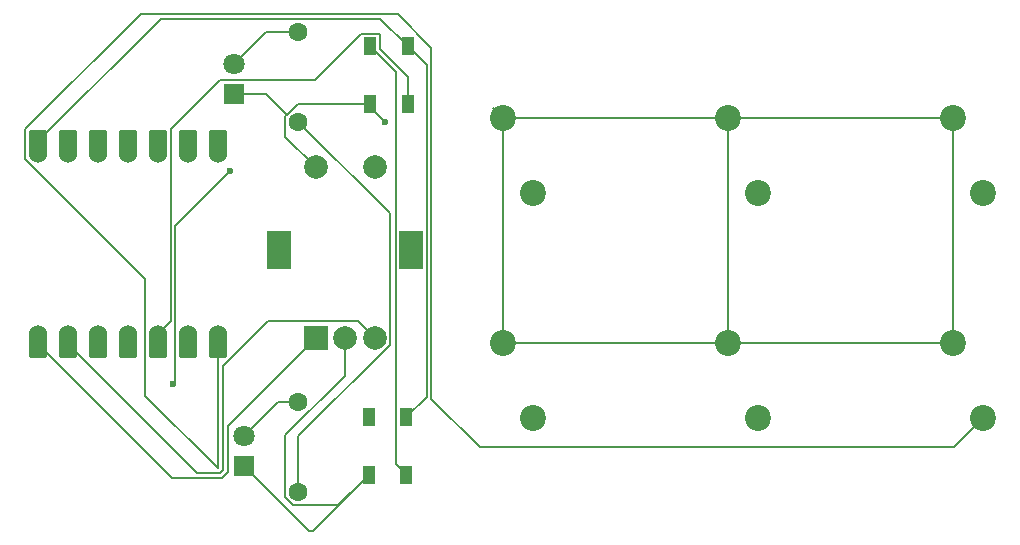
<source format=gbr>
%TF.GenerationSoftware,KiCad,Pcbnew,9.0.6*%
%TF.CreationDate,2026-01-24T13:35:07-03:00*%
%TF.ProjectId,macropadmaluu,6d616372-6f70-4616-946d-616c75752e6b,rev?*%
%TF.SameCoordinates,Original*%
%TF.FileFunction,Copper,L1,Top*%
%TF.FilePolarity,Positive*%
%FSLAX46Y46*%
G04 Gerber Fmt 4.6, Leading zero omitted, Abs format (unit mm)*
G04 Created by KiCad (PCBNEW 9.0.6) date 2026-01-24 13:35:07*
%MOMM*%
%LPD*%
G01*
G04 APERTURE LIST*
G04 Aperture macros list*
%AMRoundRect*
0 Rectangle with rounded corners*
0 $1 Rounding radius*
0 $2 $3 $4 $5 $6 $7 $8 $9 X,Y pos of 4 corners*
0 Add a 4 corners polygon primitive as box body*
4,1,4,$2,$3,$4,$5,$6,$7,$8,$9,$2,$3,0*
0 Add four circle primitives for the rounded corners*
1,1,$1+$1,$2,$3*
1,1,$1+$1,$4,$5*
1,1,$1+$1,$6,$7*
1,1,$1+$1,$8,$9*
0 Add four rect primitives between the rounded corners*
20,1,$1+$1,$2,$3,$4,$5,0*
20,1,$1+$1,$4,$5,$6,$7,0*
20,1,$1+$1,$6,$7,$8,$9,0*
20,1,$1+$1,$8,$9,$2,$3,0*%
G04 Aperture macros list end*
%TA.AperFunction,ComponentPad*%
%ADD10C,2.200000*%
%TD*%
%TA.AperFunction,ComponentPad*%
%ADD11C,1.600000*%
%TD*%
%TA.AperFunction,ComponentPad*%
%ADD12R,1.800000X1.800000*%
%TD*%
%TA.AperFunction,ComponentPad*%
%ADD13C,1.800000*%
%TD*%
%TA.AperFunction,SMDPad,CuDef*%
%ADD14RoundRect,0.152400X-0.609600X1.063600X-0.609600X-1.063600X0.609600X-1.063600X0.609600X1.063600X0*%
%TD*%
%TA.AperFunction,ComponentPad*%
%ADD15C,1.524000*%
%TD*%
%TA.AperFunction,SMDPad,CuDef*%
%ADD16RoundRect,0.152400X0.609600X-1.063600X0.609600X1.063600X-0.609600X1.063600X-0.609600X-1.063600X0*%
%TD*%
%TA.AperFunction,SMDPad,CuDef*%
%ADD17R,1.000000X1.500000*%
%TD*%
%TA.AperFunction,ComponentPad*%
%ADD18R,2.000000X2.000000*%
%TD*%
%TA.AperFunction,ComponentPad*%
%ADD19C,2.000000*%
%TD*%
%TA.AperFunction,ComponentPad*%
%ADD20R,2.000000X3.200000*%
%TD*%
%TA.AperFunction,ViaPad*%
%ADD21C,0.600000*%
%TD*%
%TA.AperFunction,Conductor*%
%ADD22C,0.200000*%
%TD*%
G04 APERTURE END LIST*
D10*
%TO.P,SW4,1,1*%
%TO.N,GND*%
X183038750Y-104616250D03*
%TO.P,SW4,2,2*%
%TO.N,Net-(U1-GPIO3{slash}MOSI)*%
X185578750Y-110966250D03*
%TD*%
%TO.P,SW3,1,1*%
%TO.N,GND*%
X183038750Y-85566250D03*
%TO.P,SW3,2,2*%
%TO.N,Net-(U1-GPIO4{slash}MISO)*%
X185578750Y-91916250D03*
%TD*%
D11*
%TO.P,R2,1*%
%TO.N,Net-(U1-3V3)*%
X146690000Y-85880000D03*
%TO.P,R2,2*%
%TO.N,Net-(D2-A)*%
X146690000Y-78260000D03*
%TD*%
D12*
%TO.P,D1,1,K*%
%TO.N,GND*%
X142090000Y-115040000D03*
D13*
%TO.P,D1,2,A*%
%TO.N,Net-(D1-A)*%
X142090000Y-112500000D03*
%TD*%
D10*
%TO.P,SW6,1,1*%
%TO.N,GND*%
X202088750Y-104616250D03*
%TO.P,SW6,2,2*%
%TO.N,Net-(U1-GPIO0{slash}TX)*%
X204628750Y-110966250D03*
%TD*%
D11*
%TO.P,R1,1*%
%TO.N,Net-(U1-3V3)*%
X146690000Y-117240000D03*
%TO.P,R1,2*%
%TO.N,Net-(D1-A)*%
X146690000Y-109620000D03*
%TD*%
D12*
%TO.P,D2,1,K*%
%TO.N,GND*%
X141200000Y-83540000D03*
D13*
%TO.P,D2,2,A*%
%TO.N,Net-(D2-A)*%
X141200000Y-81000000D03*
%TD*%
D10*
%TO.P,SW1,1,1*%
%TO.N,GND*%
X163988750Y-85566250D03*
%TO.P,SW1,2,2*%
%TO.N,Net-(U1-GPIO1{slash}RX)*%
X166528750Y-91916250D03*
%TD*%
%TO.P,SW2,1,1*%
%TO.N,GND*%
X163988750Y-104616250D03*
%TO.P,SW2,2,2*%
%TO.N,Net-(U1-GPIO2{slash}SCK)*%
X166528750Y-110966250D03*
%TD*%
D14*
%TO.P,U1,1,GPIO26/ADC0/A0*%
%TO.N,Net-(U1-GPIO26{slash}ADC0{slash}A0)*%
X124640000Y-104695000D03*
D15*
X124640000Y-103860000D03*
D14*
%TO.P,U1,2,GPIO27/ADC1/A1*%
%TO.N,Net-(U1-GPIO27{slash}ADC1{slash}A1)*%
X127180000Y-104695000D03*
D15*
X127180000Y-103860000D03*
D14*
%TO.P,U1,3,GPIO28/ADC2/A2*%
%TO.N,Net-(U1-GPIO28{slash}ADC2{slash}A2)*%
X129720000Y-104695000D03*
D15*
X129720000Y-103860000D03*
D14*
%TO.P,U1,4,GPIO29/ADC3/A3*%
%TO.N,unconnected-(U1-GPIO29{slash}ADC3{slash}A3-Pad4)*%
X132260000Y-104695000D03*
D15*
%TO.N,unconnected-(U1-GPIO29{slash}ADC3{slash}A3-Pad4)_1*%
X132260000Y-103860000D03*
D14*
%TO.P,U1,5,GPIO6/SDA*%
%TO.N,Net-(D3-DIN)*%
X134800000Y-104695000D03*
D15*
X134800000Y-103860000D03*
D14*
%TO.P,U1,6,GPIO7/SCL*%
%TO.N,Net-(U1-GPIO7{slash}SCL)*%
X137340000Y-104695000D03*
D15*
X137340000Y-103860000D03*
D14*
%TO.P,U1,7,GPIO0/TX*%
%TO.N,Net-(U1-GPIO0{slash}TX)*%
X139880000Y-104695000D03*
D15*
X139880000Y-103860000D03*
%TO.P,U1,8,GPIO1/RX*%
%TO.N,Net-(U1-GPIO1{slash}RX)*%
X139880000Y-88620000D03*
D16*
X139880000Y-87785000D03*
D15*
%TO.P,U1,9,GPIO2/SCK*%
%TO.N,Net-(U1-GPIO2{slash}SCK)*%
X137340000Y-88620000D03*
D16*
X137340000Y-87785000D03*
D15*
%TO.P,U1,10,GPIO4/MISO*%
%TO.N,Net-(U1-GPIO4{slash}MISO)*%
X134800000Y-88620000D03*
D16*
X134800000Y-87785000D03*
D15*
%TO.P,U1,11,GPIO3/MOSI*%
%TO.N,Net-(U1-GPIO3{slash}MOSI)*%
X132260000Y-88620000D03*
D16*
X132260000Y-87785000D03*
D15*
%TO.P,U1,12,3V3*%
%TO.N,Net-(U1-3V3)*%
X129720000Y-88620000D03*
D16*
X129720000Y-87785000D03*
D15*
%TO.P,U1,13,GND*%
%TO.N,GND*%
X127180000Y-88620000D03*
D16*
X127180000Y-87785000D03*
D15*
%TO.P,U1,14,VBUS*%
%TO.N,+5V*%
X124640000Y-88620000D03*
D16*
X124640000Y-87785000D03*
%TD*%
D10*
%TO.P,SW5,1,1*%
%TO.N,GND*%
X202088750Y-85566250D03*
%TO.P,SW5,2,2*%
%TO.N,Net-(U1-GPIO7{slash}SCL)*%
X204628750Y-91916250D03*
%TD*%
D17*
%TO.P,D4,1,VSS*%
%TO.N,GND*%
X152630000Y-115790000D03*
%TO.P,D4,2,DIN*%
%TO.N,Net-(D3-DOUT)*%
X155830000Y-115790000D03*
%TO.P,D4,3,VDD*%
%TO.N,+5V*%
X155830000Y-110890000D03*
%TO.P,D4,4,DOUT*%
%TO.N,unconnected-(D4-DOUT-Pad4)*%
X152630000Y-110890000D03*
%TD*%
D18*
%TO.P,SW7,A,A*%
%TO.N,Net-(U1-GPIO26{slash}ADC0{slash}A0)*%
X148140000Y-104220000D03*
D19*
%TO.P,SW7,B,B*%
%TO.N,Net-(U1-GPIO27{slash}ADC1{slash}A1)*%
X153140000Y-104220000D03*
%TO.P,SW7,C,C*%
%TO.N,GND*%
X150640000Y-104220000D03*
D20*
%TO.P,SW7,MP*%
%TO.N,N/C*%
X145040000Y-96720000D03*
X156240000Y-96720000D03*
D19*
%TO.P,SW7,S1,S1*%
%TO.N,Net-(U1-GPIO28{slash}ADC2{slash}A2)*%
X153140000Y-89720000D03*
%TO.P,SW7,S2,S2*%
%TO.N,GND*%
X148140000Y-89720000D03*
%TD*%
D17*
%TO.P,D3,1,VSS*%
%TO.N,GND*%
X152760000Y-84390000D03*
%TO.P,D3,2,DIN*%
%TO.N,Net-(D3-DIN)*%
X155960000Y-84390000D03*
%TO.P,D3,3,VDD*%
%TO.N,+5V*%
X155960000Y-79490000D03*
%TO.P,D3,4,DOUT*%
%TO.N,Net-(D3-DOUT)*%
X152760000Y-79490000D03*
%TD*%
D21*
%TO.N,GND*%
X154030000Y-85910000D03*
%TO.N,Net-(U1-GPIO28{slash}ADC2{slash}A2)*%
X140910000Y-90080000D03*
X136070000Y-108110000D03*
%TD*%
D22*
%TO.N,GND*%
X152760000Y-84640000D02*
X152760000Y-84390000D01*
X141200000Y-83540000D02*
X143920000Y-83540000D01*
X146233950Y-118341000D02*
X145589000Y-117696050D01*
X163988750Y-85566250D02*
X163165250Y-84742750D01*
X163988750Y-85566250D02*
X163988750Y-104616250D01*
X152630000Y-115790000D02*
X150079000Y-118341000D01*
X202088750Y-104616250D02*
X202088750Y-85566250D01*
X154030000Y-85910000D02*
X152760000Y-84640000D01*
X145696475Y-85316475D02*
X145589000Y-85423950D01*
X163988750Y-104616250D02*
X183038750Y-104616250D01*
X145589000Y-117696050D02*
X145589000Y-112451000D01*
X146622950Y-84390000D02*
X145696475Y-85316475D01*
X202088750Y-104616250D02*
X183038750Y-104616250D01*
X147892750Y-120527250D02*
X152630000Y-115790000D01*
X145589000Y-112451000D02*
X150640000Y-107400000D01*
X145589000Y-87169000D02*
X148140000Y-89720000D01*
X150079000Y-118341000D02*
X146233950Y-118341000D01*
X152760000Y-84390000D02*
X146622950Y-84390000D01*
X183038750Y-104616250D02*
X183038750Y-85566250D01*
X147577250Y-120527250D02*
X147892750Y-120527250D01*
X183038750Y-85566250D02*
X163988750Y-85566250D01*
X142090000Y-115040000D02*
X147577250Y-120527250D01*
X202088750Y-85566250D02*
X183038750Y-85566250D01*
X143920000Y-83540000D02*
X145696475Y-85316475D01*
X150640000Y-107400000D02*
X150640000Y-104220000D01*
X145589000Y-85423950D02*
X145589000Y-87169000D01*
%TO.N,+5V*%
X124640000Y-87542370D02*
X124640000Y-88620000D01*
X153629000Y-77159000D02*
X135023370Y-77159000D01*
X155960000Y-79490000D02*
X153629000Y-77159000D01*
X135023370Y-77159000D02*
X124640000Y-87542370D01*
X157541000Y-109179000D02*
X157541000Y-81071000D01*
X157541000Y-81071000D02*
X155960000Y-79490000D01*
X155830000Y-110890000D02*
X157541000Y-109179000D01*
%TO.N,Net-(D3-DIN)*%
X153561000Y-78439000D02*
X151959000Y-78439000D01*
X153561000Y-79723900D02*
X153561000Y-78439000D01*
X148059000Y-82339000D02*
X140053374Y-82339000D01*
X135863000Y-102797000D02*
X134800000Y-103860000D01*
X155960000Y-84390000D02*
X155960000Y-82122900D01*
X155960000Y-82122900D02*
X153561000Y-79723900D01*
X151959000Y-78439000D02*
X148059000Y-82339000D01*
X140053374Y-82339000D02*
X135863000Y-86529374D01*
X135863000Y-86529374D02*
X135863000Y-102797000D01*
%TO.N,Net-(D3-DOUT)*%
X154939000Y-114899000D02*
X154939000Y-81669000D01*
X154939000Y-81669000D02*
X152760000Y-79490000D01*
X155830000Y-115790000D02*
X154939000Y-114899000D01*
%TO.N,Net-(U1-GPIO0{slash}TX)*%
X139880000Y-103860000D02*
X139880000Y-115232000D01*
X133737000Y-109089000D02*
X133737000Y-99220310D01*
X123577000Y-86529374D02*
X133348374Y-76758000D01*
X157942000Y-109345100D02*
X162034150Y-113437250D01*
X123577000Y-89060310D02*
X123577000Y-86529374D01*
X133737000Y-99220310D02*
X123577000Y-89060310D01*
X162034150Y-113437250D02*
X202157750Y-113437250D01*
X155080000Y-76758000D02*
X157942000Y-79620000D01*
X202157750Y-113437250D02*
X204628750Y-110966250D01*
X157942000Y-79620000D02*
X157942000Y-109345100D01*
X133348374Y-76758000D02*
X155080000Y-76758000D01*
X139880000Y-115232000D02*
X133737000Y-109089000D01*
%TO.N,Net-(D1-A)*%
X144970000Y-109620000D02*
X142090000Y-112500000D01*
X146690000Y-109620000D02*
X144970000Y-109620000D01*
%TO.N,Net-(D2-A)*%
X146690000Y-78260000D02*
X143940000Y-78260000D01*
X143940000Y-78260000D02*
X141200000Y-81000000D01*
%TO.N,Net-(U1-3V3)*%
X146690000Y-117240000D02*
X146690000Y-112509892D01*
X154441000Y-93631000D02*
X146690000Y-85880000D01*
X146690000Y-112509892D02*
X154441000Y-104758892D01*
X154441000Y-104758892D02*
X154441000Y-93631000D01*
%TO.N,Net-(U1-GPIO28{slash}ADC2{slash}A2)*%
X136277000Y-94713000D02*
X136277000Y-107903000D01*
X140910000Y-90080000D02*
X136277000Y-94713000D01*
X136277000Y-107903000D02*
X136070000Y-108110000D01*
%TO.N,Net-(U1-GPIO27{slash}ADC1{slash}A1)*%
X140281000Y-115398100D02*
X140046100Y-115633000D01*
X140046100Y-115633000D02*
X138118000Y-115633000D01*
X153140000Y-104220000D02*
X151717000Y-102797000D01*
X127180000Y-104695000D02*
X127180000Y-103860000D01*
X140281000Y-106612626D02*
X140281000Y-115398100D01*
X151717000Y-102797000D02*
X144096626Y-102797000D01*
X144096626Y-102797000D02*
X140281000Y-106612626D01*
X138118000Y-115633000D02*
X127180000Y-104695000D01*
%TO.N,Net-(U1-GPIO26{slash}ADC0{slash}A0)*%
X148140000Y-104220000D02*
X140682000Y-111678000D01*
X140682000Y-115564200D02*
X140212200Y-116034000D01*
X135979000Y-116034000D02*
X124640000Y-104695000D01*
X124640000Y-104695000D02*
X124640000Y-103860000D01*
X140212200Y-116034000D02*
X135979000Y-116034000D01*
X140682000Y-111678000D02*
X140682000Y-115564200D01*
%TD*%
M02*

</source>
